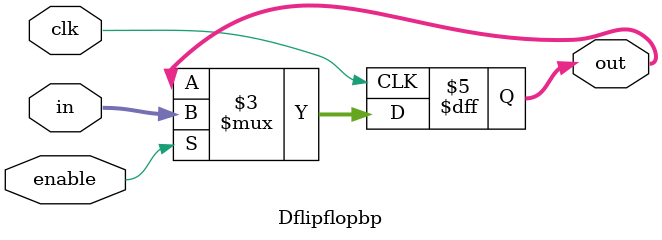
<source format=v>

module Dflipflopbp (clk,in,enable,out);
parameter DWIDTH=32;


input clk;
input signed [DWIDTH-1:0] in;
output reg signed [DWIDTH-1:0] out;
input enable;

always @(posedge clk)
begin
	if (enable==1)
	begin
		out<=in;
	end
end

endmodule
</source>
